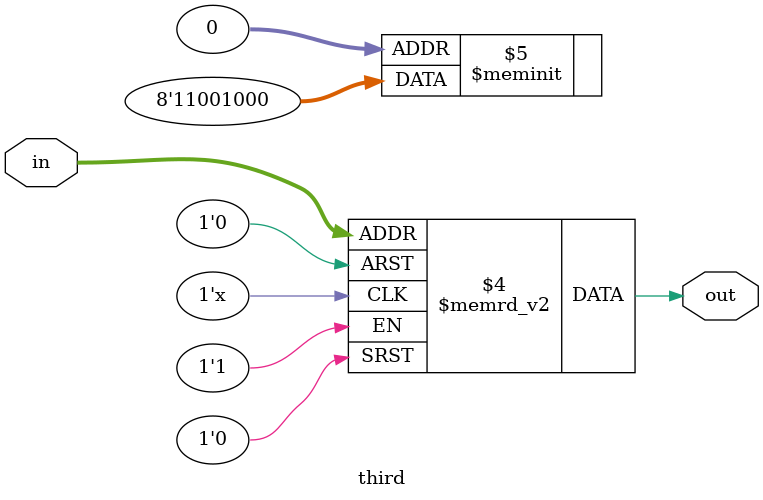
<source format=v>
module third(
    input wire[2:0] in,
    output reg[0:0] out
);

always @(*) begin
    case(in)
        3'b000: out = 1'b0;
        3'b001: out = 1'b0;
        3'b010: out = 1'b0;
        3'b011: out = 1'b1;
        3'b100: out = 1'b0;
        3'b101: out = 1'b0;
        3'b110: out = 1'b1;
        3'b111: out = 1'b1;
        default: out = 1'b0;
    endcase
end

endmodule
</source>
